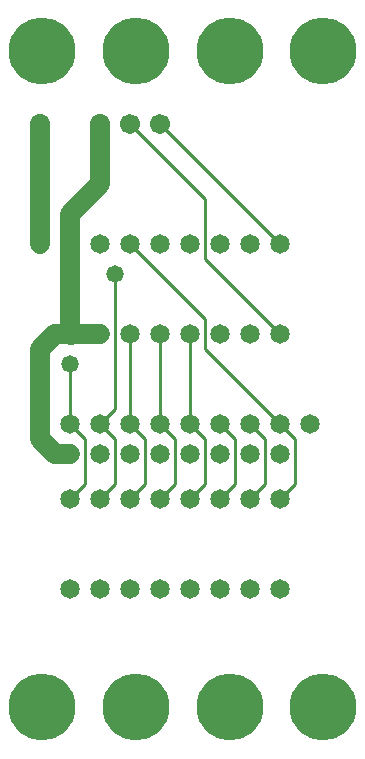
<source format=gtl>
%MOIN*%
%FSLAX25Y25*%
G04 D10 used for Character Trace; *
G04     Circle (OD=.01000) (No hole)*
G04 D11 used for Power Trace; *
G04     Circle (OD=.06700) (No hole)*
G04 D12 used for Signal Trace; *
G04     Circle (OD=.01100) (No hole)*
G04 D13 used for Via; *
G04     Circle (OD=.05800) (Round. Hole ID=.02800)*
G04 D14 used for Component hole; *
G04     Circle (OD=.06500) (Round. Hole ID=.03500)*
G04 D15 used for Component hole; *
G04     Circle (OD=.06700) (Round. Hole ID=.04300)*
G04 D16 used for Component hole; *
G04     Circle (OD=.08100) (Round. Hole ID=.05100)*
G04 D17 used for Component hole; *
G04     Circle (OD=.08900) (Round. Hole ID=.05900)*
G04 D18 used for Component hole; *
G04     Circle (OD=.11300) (Round. Hole ID=.08300)*
G04 D19 used for Component hole; *
G04     Circle (OD=.16000) (Round. Hole ID=.13000)*
G04 D20 used for Component hole; *
G04     Circle (OD=.18300) (Round. Hole ID=.15300)*
G04 D21 used for Component hole; *
G04     Circle (OD=.22291) (Round. Hole ID=.19291)*
%ADD10C,.01000*%
%ADD11C,.06700*%
%ADD12C,.01100*%
%ADD13C,.05800*%
%ADD14C,.06500*%
%ADD15C,.06700*%
%ADD16C,.08100*%
%ADD17C,.08900*%
%ADD18C,.11300*%
%ADD19C,.16000*%
%ADD20C,.18300*%
%ADD21C,.22291*%
%IPPOS*%
%LPD*%
G90*X0Y0D02*D21*X15625Y15625D03*X46875D03*D14*    
X55000Y55000D03*X45000D03*X35000D03*X25000D03*    
X65000D03*X75000D03*D21*X78125Y15625D03*D14*      
X85000Y85000D03*D12*X90000Y90000D01*Y105000D01*   
X85000Y110000D01*D14*D03*D12*X80000Y90000D02*     
Y105000D01*X75000Y85000D02*X80000Y90000D01*D14*   
X75000Y85000D03*D12*X65000D02*X70000Y90000D01*D14*
X65000Y85000D03*D12*X70000Y90000D02*Y105000D01*   
X65000Y110000D01*D14*D03*D12*Y140000D01*D14*D03*  
D12*X95000Y110000D02*X70000Y135000D01*D14*        
X95000Y110000D03*D12*X100000Y105000D01*Y90000D01* 
X95000Y85000D01*D14*D03*Y100000D03*X85000D03*     
X75000D03*D12*X80000Y105000D02*X75000Y110000D01*  
D14*D03*X65000Y100000D03*D12*X60000Y90000D02*     
Y105000D01*X55000Y85000D02*X60000Y90000D01*D14*   
X55000Y85000D03*D12*X45000D02*X50000Y90000D01*D14*
X45000Y85000D03*D12*X50000Y90000D02*Y105000D01*   
X45000Y110000D01*D14*D03*D12*Y140000D01*D14*D03*  
X55000D03*D12*Y110000D01*D14*D03*D12*             
X60000Y105000D01*D14*X55000Y100000D03*X45000D03*  
D12*X35000Y110000D02*X40000Y115000D01*D14*        
X35000Y110000D03*D12*X40000Y105000D01*Y90000D01*  
X35000Y85000D01*D14*D03*D12*X25000D02*            
X30000Y90000D01*D14*X25000Y85000D03*D12*          
X30000Y90000D02*Y105000D01*X25000Y110000D01*D14*  
D03*D12*Y130000D01*D13*D03*D14*X35000Y140000D03*  
D11*X25000D01*D10*X24163Y141914D02*               
X25000Y142871D01*Y137129D01*X24163D02*X25837D01*  
D11*X20000Y140000D02*X25000D01*X15000Y135000D02*  
X20000Y140000D01*X15000Y110000D02*Y135000D01*D14* 
Y110000D03*D11*Y105000D01*X20000Y100000D01*       
X25000D01*D14*D03*X35000D03*D12*X40000Y115000D02* 
Y160000D01*D13*D03*D14*X45000Y170000D03*D12*      
X70000Y145000D01*Y135000D01*D14*X75000Y140000D03* 
X85000D03*X95000D03*D12*X70000Y165000D01*         
Y185000D01*X45000Y210000D01*D15*D03*X55000D03*D12*
X95000Y170000D01*D14*D03*X85000D03*X75000D03*     
X65000D03*X55000D03*D15*X35000Y210000D03*D11*     
Y190000D01*D14*D03*D11*X25000Y180000D01*          
Y140000D01*D10*X24163Y141914D02*X25000Y142871D01* 
Y137129D01*X24163D02*X25837D01*D14*               
X35000Y170000D03*D13*X15000D03*D11*Y190000D01*D14*
D03*D11*Y210000D01*D15*D03*D21*X15625Y234375D03*  
X46875D03*X78125D03*X109375D03*D14*               
X105000Y110000D03*X85000Y55000D03*X95000D03*D21*  
X109375Y15625D03*M02*                             

</source>
